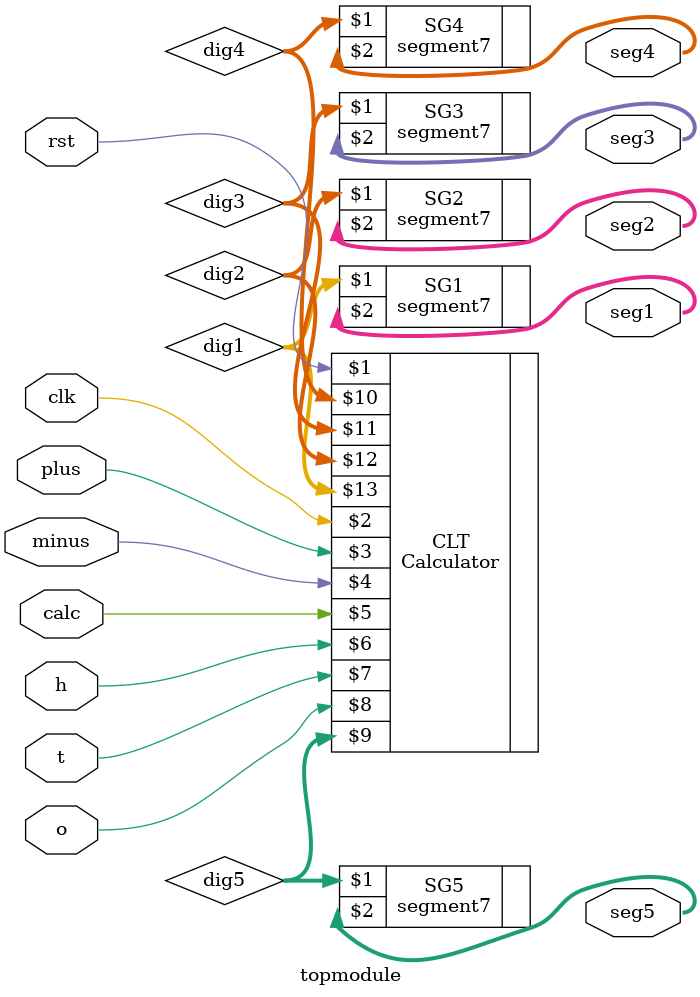
<source format=v>
module topmodule(rst, clk, plus, minus, calc, h, t, o, seg5, seg4, seg3, seg2, seg1);
input rst, clk, plus, minus, calc, h, t, o;
output [6:0] seg5, seg4, seg3, seg2, seg1;

wire [3:0] dig5, dig4, dig3, dig2, dig1;

Calculator CLT(rst, clk, plus, minus, calc, h, t, o, dig5, dig4, dig3, dig2, dig1);
segment7 SG5(dig5, seg5);
segment7 SG4(dig4, seg4);
segment7 SG3(dig3, seg3);
segment7 SG2(dig2, seg2);
segment7 SG1(dig1, seg1);

endmodule

</source>
